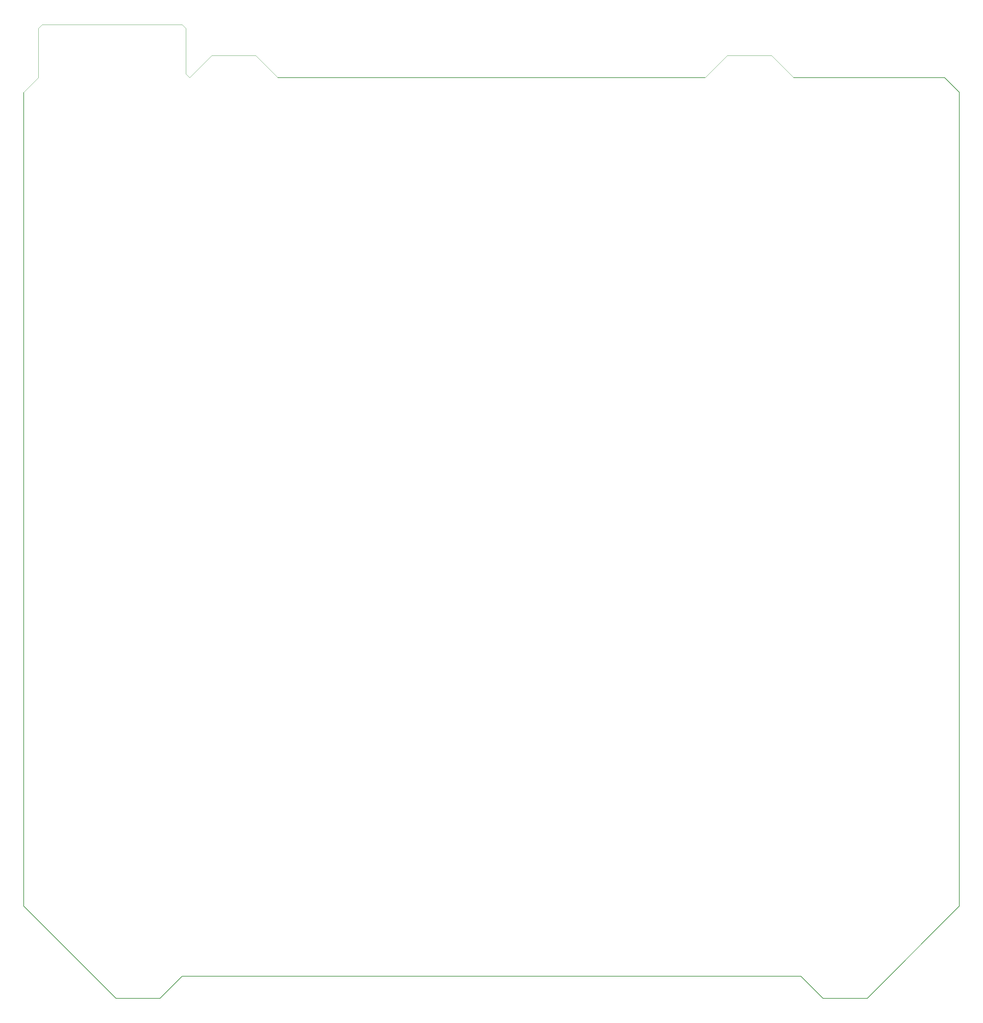
<source format=gbr>
%TF.GenerationSoftware,KiCad,Pcbnew,5.1.5*%
%TF.CreationDate,2020-05-06T17:45:38-07:00*%
%TF.ProjectId,Heatbed-MK52,48656174-6265-4642-9d4d-4b35322e6b69,rev?*%
%TF.SameCoordinates,Original*%
%TF.FileFunction,Profile,NP*%
%FSLAX46Y46*%
G04 Gerber Fmt 4.6, Leading zero omitted, Abs format (unit mm)*
G04 Created by KiCad (PCBNEW 5.1.5) date 2020-05-06 17:45:38*
%MOMM*%
%LPD*%
G04 APERTURE LIST*
%TA.AperFunction,Profile*%
%ADD10C,0.200000*%
%TD*%
%TA.AperFunction,Profile*%
%ADD11C,0.100000*%
%TD*%
G04 APERTURE END LIST*
D10*
X217000000Y-15000000D02*
X211000000Y-9000000D01*
X37000000Y-15000000D02*
X43000000Y-9000000D01*
X43000000Y-9000000D02*
X211000000Y-9000000D01*
X250000000Y235000000D02*
X254000000Y231000000D01*
X254000000Y10000000D02*
X254000000Y231000000D01*
X229000000Y-15000000D02*
X254000000Y10000000D01*
X0Y10000000D02*
X0Y231000000D01*
X0Y10000000D02*
X25000000Y-15000000D01*
X37000000Y-15000000D02*
X25000000Y-15000000D01*
X229000000Y-15000000D02*
X217000000Y-15000000D01*
D11*
X0Y231000000D02*
X4000000Y235000000D01*
D10*
X185000000Y235000000D02*
X69000000Y235000000D01*
X209000000Y235000000D02*
X250000000Y235000000D01*
D11*
X191000000Y241000000D02*
X203000000Y241000000D01*
X191000000Y241000000D02*
X185000000Y235000000D01*
X203000000Y241000000D02*
X209000000Y235000000D01*
X63000000Y241000000D02*
X69000000Y235000000D01*
X51000000Y241000000D02*
X45000000Y235000000D01*
X51000000Y241000000D02*
X63000000Y241000000D01*
X44000000Y248400000D02*
X44000000Y236000000D01*
X4000000Y248400000D02*
X5000000Y249400000D01*
X5000000Y249400000D02*
X43000000Y249400000D01*
X43000000Y249400000D02*
X44000000Y248400000D01*
X44000000Y236000000D02*
X45000000Y235000000D01*
X4000000Y235000000D02*
X4000000Y248400000D01*
M02*

</source>
